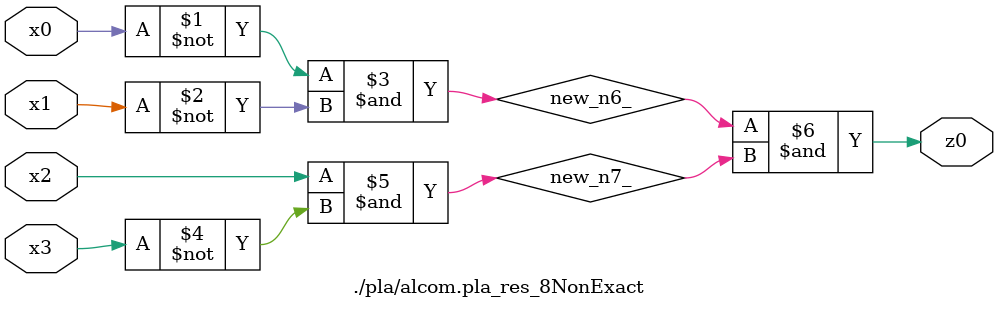
<source format=v>

module \./pla/alcom.pla_res_8NonExact  ( 
    x0, x1, x2, x3,
    z0  );
  input  x0, x1, x2, x3;
  output z0;
  wire new_n6_, new_n7_;
  assign new_n6_ = ~x0 & ~x1;
  assign new_n7_ = x2 & ~x3;
  assign z0 = new_n6_ & new_n7_;
endmodule



</source>
